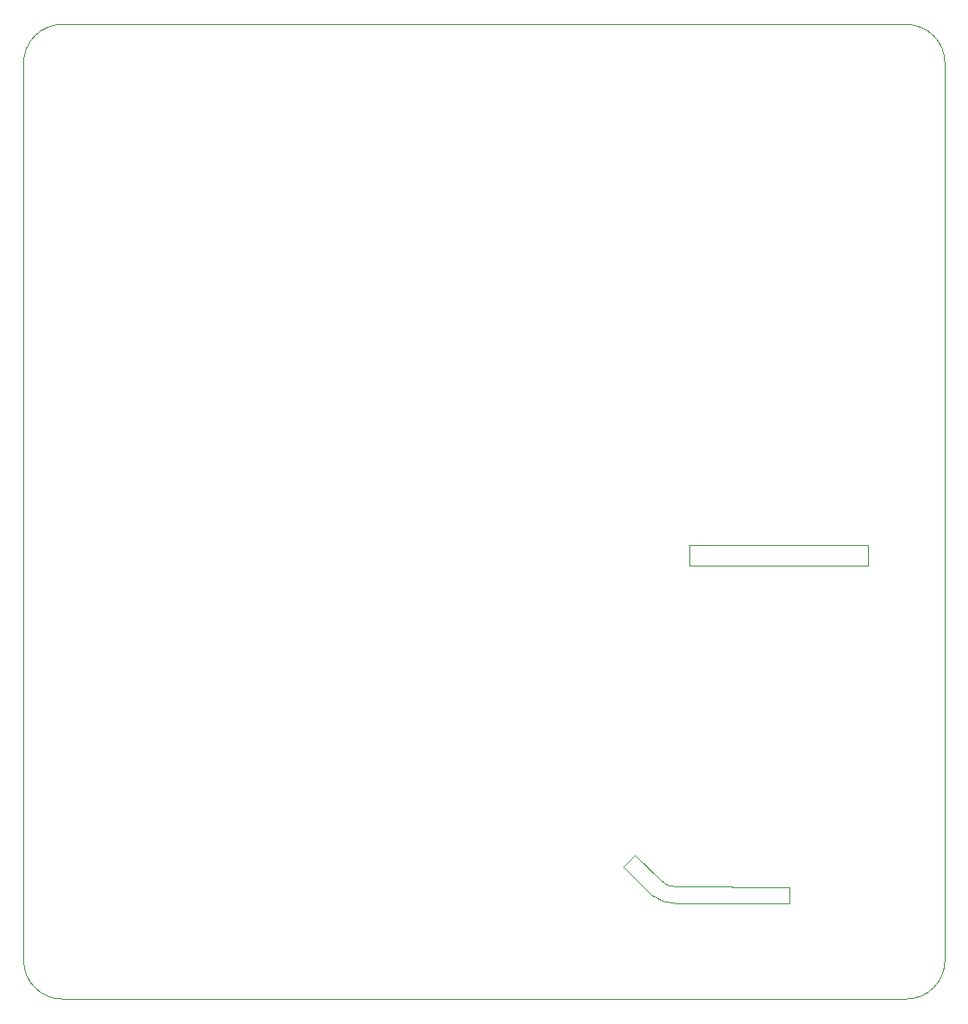
<source format=gm1>
G04 #@! TF.GenerationSoftware,KiCad,Pcbnew,7.0.8*
G04 #@! TF.CreationDate,2024-01-02T14:17:18+01:00*
G04 #@! TF.ProjectId,ESP32-POE-Wiegand-Relay-REV-B,45535033-322d-4504-9f45-2d5769656761,rev?*
G04 #@! TF.SameCoordinates,Original*
G04 #@! TF.FileFunction,Profile,NP*
%FSLAX46Y46*%
G04 Gerber Fmt 4.6, Leading zero omitted, Abs format (unit mm)*
G04 Created by KiCad (PCBNEW 7.0.8) date 2024-01-02 14:17:18*
%MOMM*%
%LPD*%
G01*
G04 APERTURE LIST*
G04 #@! TA.AperFunction,Profile*
%ADD10C,0.100000*%
G04 #@! TD*
G04 APERTURE END LIST*
D10*
X265679673Y-24000000D02*
X265679673Y-109000000D01*
X235200000Y-100100000D02*
X238000000Y-102900000D01*
X178320327Y-109000000D02*
X178320327Y-24100000D01*
X250900000Y-102100000D02*
X250900000Y-103600000D01*
X240196914Y-102041359D02*
X250900000Y-102100000D01*
X250900000Y-103600000D02*
X240087396Y-103616202D01*
X262000000Y-112679673D02*
G75*
G03*
X265679673Y-109000000I0J3679673D01*
G01*
X235200000Y-100100000D02*
X236300000Y-99000000D01*
X178320327Y-109000000D02*
G75*
G03*
X182000000Y-112679673I3679673J0D01*
G01*
X182206577Y-20324770D02*
X262000000Y-20320327D01*
X236300000Y-99000000D02*
X238700000Y-101400000D01*
X238000001Y-102899999D02*
G75*
G03*
X240087396Y-103616202I2087399J2683799D01*
G01*
X265679673Y-24000000D02*
G75*
G03*
X262000000Y-20320327I-3679673J0D01*
G01*
X182206577Y-20324771D02*
G75*
G03*
X178320329Y-24100000I-206577J-3675229D01*
G01*
X262000000Y-112679673D02*
X182000000Y-112679673D01*
X241450000Y-69700000D02*
X258350000Y-69700000D01*
X258350000Y-71600000D01*
X241450000Y-71600000D01*
X241450000Y-69700000D01*
X238700001Y-101399999D02*
G75*
G03*
X240196914Y-102041358I1399999J1199999D01*
G01*
M02*

</source>
